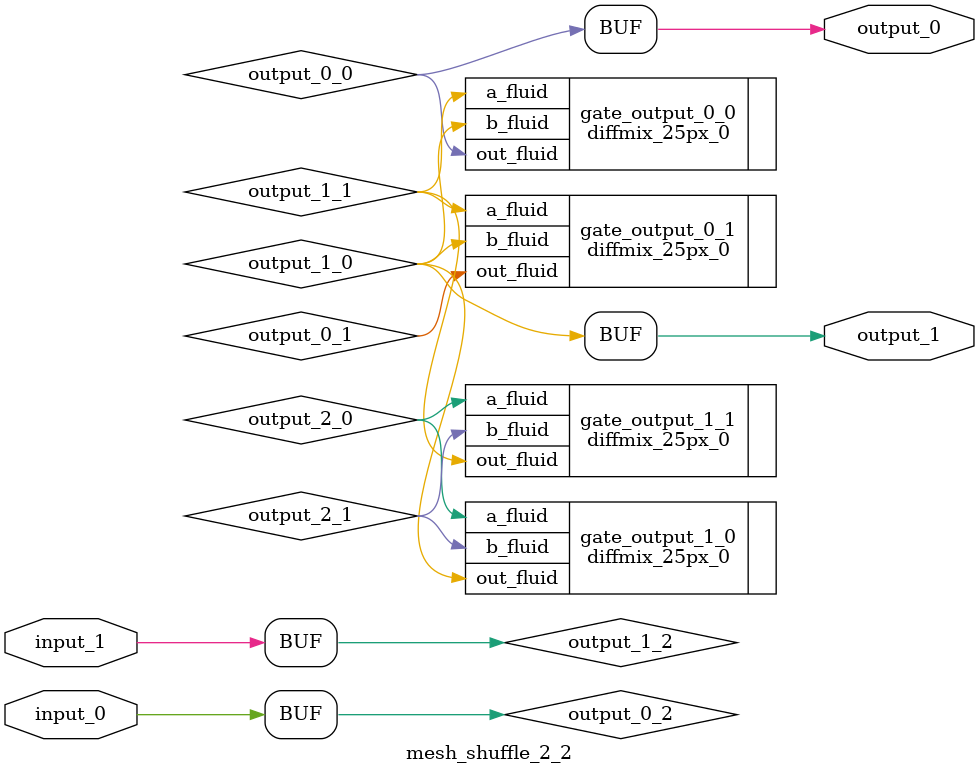
<source format=v>
module mesh_shuffle_2_2 (
output output_0,output output_1,input input_0,input input_1
);
wire output_1_1, output_1_0, output_0_0;
diffmix_25px_0 gate_output_0_0(.a_fluid(output_1_1), .b_fluid(output_1_0), .out_fluid(output_0_0));
wire output_2_0, output_2_1, output_1_0;
diffmix_25px_0 gate_output_1_0(.a_fluid(output_2_0), .b_fluid(output_2_1), .out_fluid(output_1_0));
wire output_1_1, output_1_0, output_0_1;
diffmix_25px_0 gate_output_0_1(.a_fluid(output_1_1), .b_fluid(output_1_0), .out_fluid(output_0_1));
wire output_2_0, output_2_1, output_1_1;
diffmix_25px_0 gate_output_1_1(.a_fluid(output_2_0), .b_fluid(output_2_1), .out_fluid(output_1_1));
assign output_0 = output_0_0;
wire output_0_2;
assign output_0_2 = input_0;
assign output_1 = output_1_0;
wire output_1_2;
assign output_1_2 = input_1;
endmodule

</source>
